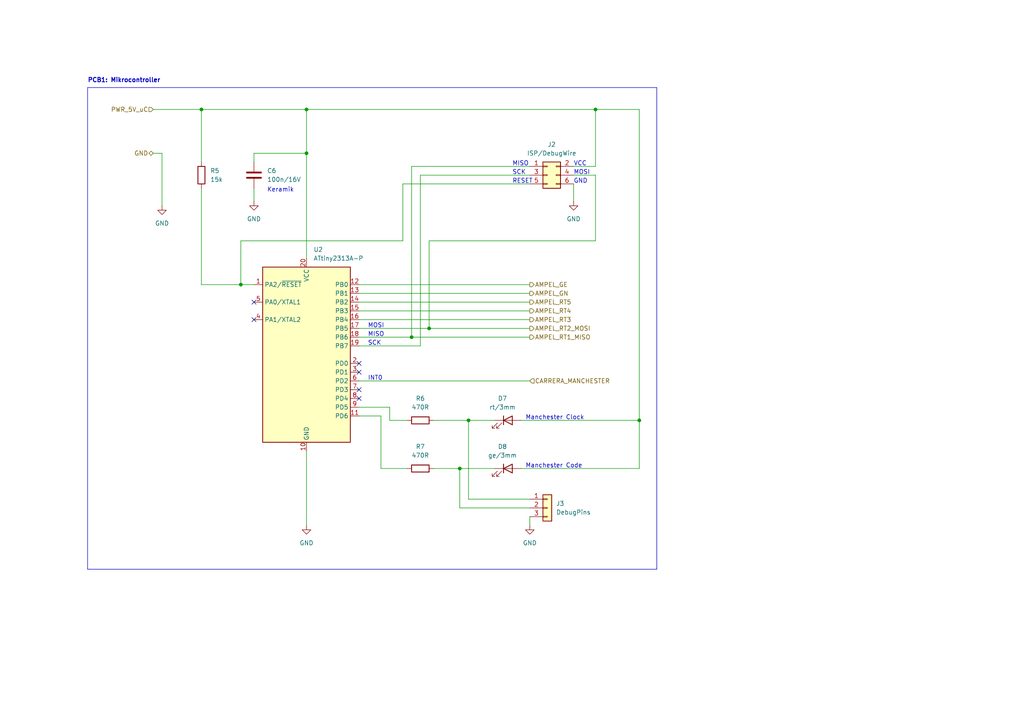
<source format=kicad_sch>
(kicad_sch
	(version 20231120)
	(generator "eeschema")
	(generator_version "8.0")
	(uuid "6c97a65a-edb5-4cad-aa20-5291da267833")
	(paper "A4")
	(title_block
		(title "Carrera Start-Ampel \"Bäre(n)keller\"")
		(date "2023-01-10")
		(rev "1.0")
		(company "Andreas Wahl - Welzheim")
		(comment 1 "https://www.andreas-wahl.de/")
		(comment 4 "LICENSE: Attribution-NonCommercial-NoDerivatives 4.0 International (CC BY-NC-ND 4.0) ")
	)
	(lib_symbols
		(symbol "Connector_Generic:Conn_01x03"
			(pin_names
				(offset 1.016) hide)
			(exclude_from_sim no)
			(in_bom yes)
			(on_board yes)
			(property "Reference" "J"
				(at 0 5.08 0)
				(effects
					(font
						(size 1.27 1.27)
					)
				)
			)
			(property "Value" "Conn_01x03"
				(at 0 -5.08 0)
				(effects
					(font
						(size 1.27 1.27)
					)
				)
			)
			(property "Footprint" ""
				(at 0 0 0)
				(effects
					(font
						(size 1.27 1.27)
					)
					(hide yes)
				)
			)
			(property "Datasheet" "~"
				(at 0 0 0)
				(effects
					(font
						(size 1.27 1.27)
					)
					(hide yes)
				)
			)
			(property "Description" "Generic connector, single row, 01x03, script generated (kicad-library-utils/schlib/autogen/connector/)"
				(at 0 0 0)
				(effects
					(font
						(size 1.27 1.27)
					)
					(hide yes)
				)
			)
			(property "ki_keywords" "connector"
				(at 0 0 0)
				(effects
					(font
						(size 1.27 1.27)
					)
					(hide yes)
				)
			)
			(property "ki_fp_filters" "Connector*:*_1x??_*"
				(at 0 0 0)
				(effects
					(font
						(size 1.27 1.27)
					)
					(hide yes)
				)
			)
			(symbol "Conn_01x03_1_1"
				(rectangle
					(start -1.27 -2.413)
					(end 0 -2.667)
					(stroke
						(width 0.1524)
						(type default)
					)
					(fill
						(type none)
					)
				)
				(rectangle
					(start -1.27 0.127)
					(end 0 -0.127)
					(stroke
						(width 0.1524)
						(type default)
					)
					(fill
						(type none)
					)
				)
				(rectangle
					(start -1.27 2.667)
					(end 0 2.413)
					(stroke
						(width 0.1524)
						(type default)
					)
					(fill
						(type none)
					)
				)
				(rectangle
					(start -1.27 3.81)
					(end 1.27 -3.81)
					(stroke
						(width 0.254)
						(type default)
					)
					(fill
						(type background)
					)
				)
				(pin passive line
					(at -5.08 2.54 0)
					(length 3.81)
					(name "Pin_1"
						(effects
							(font
								(size 1.27 1.27)
							)
						)
					)
					(number "1"
						(effects
							(font
								(size 1.27 1.27)
							)
						)
					)
				)
				(pin passive line
					(at -5.08 0 0)
					(length 3.81)
					(name "Pin_2"
						(effects
							(font
								(size 1.27 1.27)
							)
						)
					)
					(number "2"
						(effects
							(font
								(size 1.27 1.27)
							)
						)
					)
				)
				(pin passive line
					(at -5.08 -2.54 0)
					(length 3.81)
					(name "Pin_3"
						(effects
							(font
								(size 1.27 1.27)
							)
						)
					)
					(number "3"
						(effects
							(font
								(size 1.27 1.27)
							)
						)
					)
				)
			)
		)
		(symbol "Connector_Generic:Conn_02x03_Odd_Even"
			(pin_names
				(offset 1.016) hide)
			(exclude_from_sim no)
			(in_bom yes)
			(on_board yes)
			(property "Reference" "J"
				(at 1.27 5.08 0)
				(effects
					(font
						(size 1.27 1.27)
					)
				)
			)
			(property "Value" "Conn_02x03_Odd_Even"
				(at 1.27 -5.08 0)
				(effects
					(font
						(size 1.27 1.27)
					)
				)
			)
			(property "Footprint" ""
				(at 0 0 0)
				(effects
					(font
						(size 1.27 1.27)
					)
					(hide yes)
				)
			)
			(property "Datasheet" "~"
				(at 0 0 0)
				(effects
					(font
						(size 1.27 1.27)
					)
					(hide yes)
				)
			)
			(property "Description" "Generic connector, double row, 02x03, odd/even pin numbering scheme (row 1 odd numbers, row 2 even numbers), script generated (kicad-library-utils/schlib/autogen/connector/)"
				(at 0 0 0)
				(effects
					(font
						(size 1.27 1.27)
					)
					(hide yes)
				)
			)
			(property "ki_keywords" "connector"
				(at 0 0 0)
				(effects
					(font
						(size 1.27 1.27)
					)
					(hide yes)
				)
			)
			(property "ki_fp_filters" "Connector*:*_2x??_*"
				(at 0 0 0)
				(effects
					(font
						(size 1.27 1.27)
					)
					(hide yes)
				)
			)
			(symbol "Conn_02x03_Odd_Even_1_1"
				(rectangle
					(start -1.27 -2.413)
					(end 0 -2.667)
					(stroke
						(width 0.1524)
						(type default)
					)
					(fill
						(type none)
					)
				)
				(rectangle
					(start -1.27 0.127)
					(end 0 -0.127)
					(stroke
						(width 0.1524)
						(type default)
					)
					(fill
						(type none)
					)
				)
				(rectangle
					(start -1.27 2.667)
					(end 0 2.413)
					(stroke
						(width 0.1524)
						(type default)
					)
					(fill
						(type none)
					)
				)
				(rectangle
					(start -1.27 3.81)
					(end 3.81 -3.81)
					(stroke
						(width 0.254)
						(type default)
					)
					(fill
						(type background)
					)
				)
				(rectangle
					(start 3.81 -2.413)
					(end 2.54 -2.667)
					(stroke
						(width 0.1524)
						(type default)
					)
					(fill
						(type none)
					)
				)
				(rectangle
					(start 3.81 0.127)
					(end 2.54 -0.127)
					(stroke
						(width 0.1524)
						(type default)
					)
					(fill
						(type none)
					)
				)
				(rectangle
					(start 3.81 2.667)
					(end 2.54 2.413)
					(stroke
						(width 0.1524)
						(type default)
					)
					(fill
						(type none)
					)
				)
				(pin passive line
					(at -5.08 2.54 0)
					(length 3.81)
					(name "Pin_1"
						(effects
							(font
								(size 1.27 1.27)
							)
						)
					)
					(number "1"
						(effects
							(font
								(size 1.27 1.27)
							)
						)
					)
				)
				(pin passive line
					(at 7.62 2.54 180)
					(length 3.81)
					(name "Pin_2"
						(effects
							(font
								(size 1.27 1.27)
							)
						)
					)
					(number "2"
						(effects
							(font
								(size 1.27 1.27)
							)
						)
					)
				)
				(pin passive line
					(at -5.08 0 0)
					(length 3.81)
					(name "Pin_3"
						(effects
							(font
								(size 1.27 1.27)
							)
						)
					)
					(number "3"
						(effects
							(font
								(size 1.27 1.27)
							)
						)
					)
				)
				(pin passive line
					(at 7.62 0 180)
					(length 3.81)
					(name "Pin_4"
						(effects
							(font
								(size 1.27 1.27)
							)
						)
					)
					(number "4"
						(effects
							(font
								(size 1.27 1.27)
							)
						)
					)
				)
				(pin passive line
					(at -5.08 -2.54 0)
					(length 3.81)
					(name "Pin_5"
						(effects
							(font
								(size 1.27 1.27)
							)
						)
					)
					(number "5"
						(effects
							(font
								(size 1.27 1.27)
							)
						)
					)
				)
				(pin passive line
					(at 7.62 -2.54 180)
					(length 3.81)
					(name "Pin_6"
						(effects
							(font
								(size 1.27 1.27)
							)
						)
					)
					(number "6"
						(effects
							(font
								(size 1.27 1.27)
							)
						)
					)
				)
			)
		)
		(symbol "Device:C"
			(pin_numbers hide)
			(pin_names
				(offset 0.254)
			)
			(exclude_from_sim no)
			(in_bom yes)
			(on_board yes)
			(property "Reference" "C"
				(at 0.635 2.54 0)
				(effects
					(font
						(size 1.27 1.27)
					)
					(justify left)
				)
			)
			(property "Value" "C"
				(at 0.635 -2.54 0)
				(effects
					(font
						(size 1.27 1.27)
					)
					(justify left)
				)
			)
			(property "Footprint" ""
				(at 0.9652 -3.81 0)
				(effects
					(font
						(size 1.27 1.27)
					)
					(hide yes)
				)
			)
			(property "Datasheet" "~"
				(at 0 0 0)
				(effects
					(font
						(size 1.27 1.27)
					)
					(hide yes)
				)
			)
			(property "Description" "Unpolarized capacitor"
				(at 0 0 0)
				(effects
					(font
						(size 1.27 1.27)
					)
					(hide yes)
				)
			)
			(property "ki_keywords" "cap capacitor"
				(at 0 0 0)
				(effects
					(font
						(size 1.27 1.27)
					)
					(hide yes)
				)
			)
			(property "ki_fp_filters" "C_*"
				(at 0 0 0)
				(effects
					(font
						(size 1.27 1.27)
					)
					(hide yes)
				)
			)
			(symbol "C_0_1"
				(polyline
					(pts
						(xy -2.032 -0.762) (xy 2.032 -0.762)
					)
					(stroke
						(width 0.508)
						(type default)
					)
					(fill
						(type none)
					)
				)
				(polyline
					(pts
						(xy -2.032 0.762) (xy 2.032 0.762)
					)
					(stroke
						(width 0.508)
						(type default)
					)
					(fill
						(type none)
					)
				)
			)
			(symbol "C_1_1"
				(pin passive line
					(at 0 3.81 270)
					(length 2.794)
					(name "~"
						(effects
							(font
								(size 1.27 1.27)
							)
						)
					)
					(number "1"
						(effects
							(font
								(size 1.27 1.27)
							)
						)
					)
				)
				(pin passive line
					(at 0 -3.81 90)
					(length 2.794)
					(name "~"
						(effects
							(font
								(size 1.27 1.27)
							)
						)
					)
					(number "2"
						(effects
							(font
								(size 1.27 1.27)
							)
						)
					)
				)
			)
		)
		(symbol "Device:LED"
			(pin_numbers hide)
			(pin_names
				(offset 1.016) hide)
			(exclude_from_sim no)
			(in_bom yes)
			(on_board yes)
			(property "Reference" "D"
				(at 0 2.54 0)
				(effects
					(font
						(size 1.27 1.27)
					)
				)
			)
			(property "Value" "LED"
				(at 0 -2.54 0)
				(effects
					(font
						(size 1.27 1.27)
					)
				)
			)
			(property "Footprint" ""
				(at 0 0 0)
				(effects
					(font
						(size 1.27 1.27)
					)
					(hide yes)
				)
			)
			(property "Datasheet" "~"
				(at 0 0 0)
				(effects
					(font
						(size 1.27 1.27)
					)
					(hide yes)
				)
			)
			(property "Description" "Light emitting diode"
				(at 0 0 0)
				(effects
					(font
						(size 1.27 1.27)
					)
					(hide yes)
				)
			)
			(property "ki_keywords" "LED diode"
				(at 0 0 0)
				(effects
					(font
						(size 1.27 1.27)
					)
					(hide yes)
				)
			)
			(property "ki_fp_filters" "LED* LED_SMD:* LED_THT:*"
				(at 0 0 0)
				(effects
					(font
						(size 1.27 1.27)
					)
					(hide yes)
				)
			)
			(symbol "LED_0_1"
				(polyline
					(pts
						(xy -1.27 -1.27) (xy -1.27 1.27)
					)
					(stroke
						(width 0.254)
						(type default)
					)
					(fill
						(type none)
					)
				)
				(polyline
					(pts
						(xy -1.27 0) (xy 1.27 0)
					)
					(stroke
						(width 0)
						(type default)
					)
					(fill
						(type none)
					)
				)
				(polyline
					(pts
						(xy 1.27 -1.27) (xy 1.27 1.27) (xy -1.27 0) (xy 1.27 -1.27)
					)
					(stroke
						(width 0.254)
						(type default)
					)
					(fill
						(type none)
					)
				)
				(polyline
					(pts
						(xy -3.048 -0.762) (xy -4.572 -2.286) (xy -3.81 -2.286) (xy -4.572 -2.286) (xy -4.572 -1.524)
					)
					(stroke
						(width 0)
						(type default)
					)
					(fill
						(type none)
					)
				)
				(polyline
					(pts
						(xy -1.778 -0.762) (xy -3.302 -2.286) (xy -2.54 -2.286) (xy -3.302 -2.286) (xy -3.302 -1.524)
					)
					(stroke
						(width 0)
						(type default)
					)
					(fill
						(type none)
					)
				)
			)
			(symbol "LED_1_1"
				(pin passive line
					(at -3.81 0 0)
					(length 2.54)
					(name "K"
						(effects
							(font
								(size 1.27 1.27)
							)
						)
					)
					(number "1"
						(effects
							(font
								(size 1.27 1.27)
							)
						)
					)
				)
				(pin passive line
					(at 3.81 0 180)
					(length 2.54)
					(name "A"
						(effects
							(font
								(size 1.27 1.27)
							)
						)
					)
					(number "2"
						(effects
							(font
								(size 1.27 1.27)
							)
						)
					)
				)
			)
		)
		(symbol "Device:R"
			(pin_numbers hide)
			(pin_names
				(offset 0)
			)
			(exclude_from_sim no)
			(in_bom yes)
			(on_board yes)
			(property "Reference" "R"
				(at 2.032 0 90)
				(effects
					(font
						(size 1.27 1.27)
					)
				)
			)
			(property "Value" "R"
				(at 0 0 90)
				(effects
					(font
						(size 1.27 1.27)
					)
				)
			)
			(property "Footprint" ""
				(at -1.778 0 90)
				(effects
					(font
						(size 1.27 1.27)
					)
					(hide yes)
				)
			)
			(property "Datasheet" "~"
				(at 0 0 0)
				(effects
					(font
						(size 1.27 1.27)
					)
					(hide yes)
				)
			)
			(property "Description" "Resistor"
				(at 0 0 0)
				(effects
					(font
						(size 1.27 1.27)
					)
					(hide yes)
				)
			)
			(property "ki_keywords" "R res resistor"
				(at 0 0 0)
				(effects
					(font
						(size 1.27 1.27)
					)
					(hide yes)
				)
			)
			(property "ki_fp_filters" "R_*"
				(at 0 0 0)
				(effects
					(font
						(size 1.27 1.27)
					)
					(hide yes)
				)
			)
			(symbol "R_0_1"
				(rectangle
					(start -1.016 -2.54)
					(end 1.016 2.54)
					(stroke
						(width 0.254)
						(type default)
					)
					(fill
						(type none)
					)
				)
			)
			(symbol "R_1_1"
				(pin passive line
					(at 0 3.81 270)
					(length 1.27)
					(name "~"
						(effects
							(font
								(size 1.27 1.27)
							)
						)
					)
					(number "1"
						(effects
							(font
								(size 1.27 1.27)
							)
						)
					)
				)
				(pin passive line
					(at 0 -3.81 90)
					(length 1.27)
					(name "~"
						(effects
							(font
								(size 1.27 1.27)
							)
						)
					)
					(number "2"
						(effects
							(font
								(size 1.27 1.27)
							)
						)
					)
				)
			)
		)
		(symbol "MCU_Microchip_ATtiny:ATtiny2313A-P"
			(exclude_from_sim no)
			(in_bom yes)
			(on_board yes)
			(property "Reference" "U"
				(at -12.7 26.67 0)
				(effects
					(font
						(size 1.27 1.27)
					)
					(justify left bottom)
				)
			)
			(property "Value" "ATtiny2313A-P"
				(at 2.54 -26.67 0)
				(effects
					(font
						(size 1.27 1.27)
					)
					(justify left top)
				)
			)
			(property "Footprint" "Package_DIP:DIP-20_W7.62mm"
				(at 0 0 0)
				(effects
					(font
						(size 1.27 1.27)
						(italic yes)
					)
					(hide yes)
				)
			)
			(property "Datasheet" "http://ww1.microchip.com/downloads/en/DeviceDoc/doc8246.pdf"
				(at 0 0 0)
				(effects
					(font
						(size 1.27 1.27)
					)
					(hide yes)
				)
			)
			(property "Description" "20MHz, 2kB Flash, 128B SRAM, 128B EEPROM, DIP-20"
				(at 0 0 0)
				(effects
					(font
						(size 1.27 1.27)
					)
					(hide yes)
				)
			)
			(property "ki_keywords" "AVR 8bit Microcontroller tinyAVR"
				(at 0 0 0)
				(effects
					(font
						(size 1.27 1.27)
					)
					(hide yes)
				)
			)
			(property "ki_fp_filters" "DIP*W7.62mm*"
				(at 0 0 0)
				(effects
					(font
						(size 1.27 1.27)
					)
					(hide yes)
				)
			)
			(symbol "ATtiny2313A-P_0_1"
				(rectangle
					(start -12.7 -25.4)
					(end 12.7 25.4)
					(stroke
						(width 0.254)
						(type default)
					)
					(fill
						(type background)
					)
				)
			)
			(symbol "ATtiny2313A-P_1_1"
				(pin bidirectional line
					(at -15.24 20.32 0)
					(length 2.54)
					(name "PA2/~{RESET}"
						(effects
							(font
								(size 1.27 1.27)
							)
						)
					)
					(number "1"
						(effects
							(font
								(size 1.27 1.27)
							)
						)
					)
				)
				(pin power_in line
					(at 0 -27.94 90)
					(length 2.54)
					(name "GND"
						(effects
							(font
								(size 1.27 1.27)
							)
						)
					)
					(number "10"
						(effects
							(font
								(size 1.27 1.27)
							)
						)
					)
				)
				(pin bidirectional line
					(at 15.24 -17.78 180)
					(length 2.54)
					(name "PD6"
						(effects
							(font
								(size 1.27 1.27)
							)
						)
					)
					(number "11"
						(effects
							(font
								(size 1.27 1.27)
							)
						)
					)
				)
				(pin bidirectional line
					(at 15.24 20.32 180)
					(length 2.54)
					(name "PB0"
						(effects
							(font
								(size 1.27 1.27)
							)
						)
					)
					(number "12"
						(effects
							(font
								(size 1.27 1.27)
							)
						)
					)
				)
				(pin bidirectional line
					(at 15.24 17.78 180)
					(length 2.54)
					(name "PB1"
						(effects
							(font
								(size 1.27 1.27)
							)
						)
					)
					(number "13"
						(effects
							(font
								(size 1.27 1.27)
							)
						)
					)
				)
				(pin bidirectional line
					(at 15.24 15.24 180)
					(length 2.54)
					(name "PB2"
						(effects
							(font
								(size 1.27 1.27)
							)
						)
					)
					(number "14"
						(effects
							(font
								(size 1.27 1.27)
							)
						)
					)
				)
				(pin bidirectional line
					(at 15.24 12.7 180)
					(length 2.54)
					(name "PB3"
						(effects
							(font
								(size 1.27 1.27)
							)
						)
					)
					(number "15"
						(effects
							(font
								(size 1.27 1.27)
							)
						)
					)
				)
				(pin bidirectional line
					(at 15.24 10.16 180)
					(length 2.54)
					(name "PB4"
						(effects
							(font
								(size 1.27 1.27)
							)
						)
					)
					(number "16"
						(effects
							(font
								(size 1.27 1.27)
							)
						)
					)
				)
				(pin bidirectional line
					(at 15.24 7.62 180)
					(length 2.54)
					(name "PB5"
						(effects
							(font
								(size 1.27 1.27)
							)
						)
					)
					(number "17"
						(effects
							(font
								(size 1.27 1.27)
							)
						)
					)
				)
				(pin bidirectional line
					(at 15.24 5.08 180)
					(length 2.54)
					(name "PB6"
						(effects
							(font
								(size 1.27 1.27)
							)
						)
					)
					(number "18"
						(effects
							(font
								(size 1.27 1.27)
							)
						)
					)
				)
				(pin bidirectional line
					(at 15.24 2.54 180)
					(length 2.54)
					(name "PB7"
						(effects
							(font
								(size 1.27 1.27)
							)
						)
					)
					(number "19"
						(effects
							(font
								(size 1.27 1.27)
							)
						)
					)
				)
				(pin bidirectional line
					(at 15.24 -2.54 180)
					(length 2.54)
					(name "PD0"
						(effects
							(font
								(size 1.27 1.27)
							)
						)
					)
					(number "2"
						(effects
							(font
								(size 1.27 1.27)
							)
						)
					)
				)
				(pin power_in line
					(at 0 27.94 270)
					(length 2.54)
					(name "VCC"
						(effects
							(font
								(size 1.27 1.27)
							)
						)
					)
					(number "20"
						(effects
							(font
								(size 1.27 1.27)
							)
						)
					)
				)
				(pin bidirectional line
					(at 15.24 -5.08 180)
					(length 2.54)
					(name "PD1"
						(effects
							(font
								(size 1.27 1.27)
							)
						)
					)
					(number "3"
						(effects
							(font
								(size 1.27 1.27)
							)
						)
					)
				)
				(pin bidirectional line
					(at -15.24 10.16 0)
					(length 2.54)
					(name "PA1/XTAL2"
						(effects
							(font
								(size 1.27 1.27)
							)
						)
					)
					(number "4"
						(effects
							(font
								(size 1.27 1.27)
							)
						)
					)
				)
				(pin bidirectional line
					(at -15.24 15.24 0)
					(length 2.54)
					(name "PA0/XTAL1"
						(effects
							(font
								(size 1.27 1.27)
							)
						)
					)
					(number "5"
						(effects
							(font
								(size 1.27 1.27)
							)
						)
					)
				)
				(pin bidirectional line
					(at 15.24 -7.62 180)
					(length 2.54)
					(name "PD2"
						(effects
							(font
								(size 1.27 1.27)
							)
						)
					)
					(number "6"
						(effects
							(font
								(size 1.27 1.27)
							)
						)
					)
				)
				(pin bidirectional line
					(at 15.24 -10.16 180)
					(length 2.54)
					(name "PD3"
						(effects
							(font
								(size 1.27 1.27)
							)
						)
					)
					(number "7"
						(effects
							(font
								(size 1.27 1.27)
							)
						)
					)
				)
				(pin bidirectional line
					(at 15.24 -12.7 180)
					(length 2.54)
					(name "PD4"
						(effects
							(font
								(size 1.27 1.27)
							)
						)
					)
					(number "8"
						(effects
							(font
								(size 1.27 1.27)
							)
						)
					)
				)
				(pin bidirectional line
					(at 15.24 -15.24 180)
					(length 2.54)
					(name "PD5"
						(effects
							(font
								(size 1.27 1.27)
							)
						)
					)
					(number "9"
						(effects
							(font
								(size 1.27 1.27)
							)
						)
					)
				)
			)
		)
		(symbol "power:GND"
			(power)
			(pin_names
				(offset 0)
			)
			(exclude_from_sim no)
			(in_bom yes)
			(on_board yes)
			(property "Reference" "#PWR"
				(at 0 -6.35 0)
				(effects
					(font
						(size 1.27 1.27)
					)
					(hide yes)
				)
			)
			(property "Value" "GND"
				(at 0 -3.81 0)
				(effects
					(font
						(size 1.27 1.27)
					)
				)
			)
			(property "Footprint" ""
				(at 0 0 0)
				(effects
					(font
						(size 1.27 1.27)
					)
					(hide yes)
				)
			)
			(property "Datasheet" ""
				(at 0 0 0)
				(effects
					(font
						(size 1.27 1.27)
					)
					(hide yes)
				)
			)
			(property "Description" "Power symbol creates a global label with name \"GND\" , ground"
				(at 0 0 0)
				(effects
					(font
						(size 1.27 1.27)
					)
					(hide yes)
				)
			)
			(property "ki_keywords" "global power"
				(at 0 0 0)
				(effects
					(font
						(size 1.27 1.27)
					)
					(hide yes)
				)
			)
			(symbol "GND_0_1"
				(polyline
					(pts
						(xy 0 0) (xy 0 -1.27) (xy 1.27 -1.27) (xy 0 -2.54) (xy -1.27 -1.27) (xy 0 -1.27)
					)
					(stroke
						(width 0)
						(type default)
					)
					(fill
						(type none)
					)
				)
			)
			(symbol "GND_1_1"
				(pin power_in line
					(at 0 0 270)
					(length 0) hide
					(name "GND"
						(effects
							(font
								(size 1.27 1.27)
							)
						)
					)
					(number "1"
						(effects
							(font
								(size 1.27 1.27)
							)
						)
					)
				)
			)
		)
	)
	(junction
		(at 88.9 31.75)
		(diameter 0)
		(color 0 0 0 0)
		(uuid "54f3301a-4cdf-4153-8f19-1c8e1e580639")
	)
	(junction
		(at 124.46 95.25)
		(diameter 0)
		(color 0 0 0 0)
		(uuid "6e3104f9-88fe-4ecf-ab24-ad556b4c4d9d")
	)
	(junction
		(at 135.89 121.92)
		(diameter 0)
		(color 0 0 0 0)
		(uuid "7a881f86-e587-4d76-b230-7840f1cf0494")
	)
	(junction
		(at 133.35 135.89)
		(diameter 0)
		(color 0 0 0 0)
		(uuid "855fc30a-8b62-4811-b163-e189d2f19e0f")
	)
	(junction
		(at 185.42 121.92)
		(diameter 0)
		(color 0 0 0 0)
		(uuid "870ecc9a-9d15-4588-b9ae-5e6ad1092edb")
	)
	(junction
		(at 119.38 97.79)
		(diameter 0)
		(color 0 0 0 0)
		(uuid "89f8d7c4-c044-4ccc-a50c-c11093f147e0")
	)
	(junction
		(at 172.72 31.75)
		(diameter 0)
		(color 0 0 0 0)
		(uuid "9748c141-a568-4d42-9ec7-c9eed7f68924")
	)
	(junction
		(at 58.42 31.75)
		(diameter 0)
		(color 0 0 0 0)
		(uuid "a48976b0-9125-4fd5-8ee2-53d8bab5cb43")
	)
	(junction
		(at 69.85 82.55)
		(diameter 0)
		(color 0 0 0 0)
		(uuid "d2f8076c-1a16-4888-a787-5072625e87ac")
	)
	(junction
		(at 88.9 44.45)
		(diameter 0)
		(color 0 0 0 0)
		(uuid "eca80f68-1534-4981-828f-5a52800b3946")
	)
	(no_connect
		(at 73.66 92.71)
		(uuid "837c3e87-ce67-47d1-80e2-ef72f8237936")
	)
	(no_connect
		(at 73.66 87.63)
		(uuid "837c3e87-ce67-47d1-80e2-ef72f8237937")
	)
	(no_connect
		(at 104.14 105.41)
		(uuid "837c3e87-ce67-47d1-80e2-ef72f8237938")
	)
	(no_connect
		(at 104.14 107.95)
		(uuid "837c3e87-ce67-47d1-80e2-ef72f8237939")
	)
	(no_connect
		(at 104.14 113.03)
		(uuid "837c3e87-ce67-47d1-80e2-ef72f823793a")
	)
	(no_connect
		(at 104.14 115.57)
		(uuid "837c3e87-ce67-47d1-80e2-ef72f823793b")
	)
	(wire
		(pts
			(xy 110.49 135.89) (xy 118.11 135.89)
		)
		(stroke
			(width 0)
			(type default)
		)
		(uuid "023e1498-9fb5-47a6-a287-9b29e3c9d848")
	)
	(wire
		(pts
			(xy 121.92 50.8) (xy 153.67 50.8)
		)
		(stroke
			(width 0)
			(type default)
		)
		(uuid "02b67894-f171-4d95-b011-e3657b601bdb")
	)
	(wire
		(pts
			(xy 110.49 120.65) (xy 110.49 135.89)
		)
		(stroke
			(width 0)
			(type default)
		)
		(uuid "02eb010a-6fc7-4cc3-9f73-2b4b1cd177cb")
	)
	(wire
		(pts
			(xy 153.67 82.55) (xy 104.14 82.55)
		)
		(stroke
			(width 0)
			(type default)
		)
		(uuid "0468b878-aee5-42e2-87a5-78a9b6661e48")
	)
	(wire
		(pts
			(xy 88.9 31.75) (xy 172.72 31.75)
		)
		(stroke
			(width 0)
			(type default)
		)
		(uuid "0fefd23f-4fd7-4967-8742-7f18807d99f5")
	)
	(wire
		(pts
			(xy 133.35 135.89) (xy 133.35 147.32)
		)
		(stroke
			(width 0)
			(type default)
		)
		(uuid "11df5b2a-e2bc-48b3-a1ec-968c25687c6a")
	)
	(wire
		(pts
			(xy 185.42 31.75) (xy 185.42 121.92)
		)
		(stroke
			(width 0)
			(type default)
		)
		(uuid "12085b81-93ba-4802-b084-72318e0bbf99")
	)
	(wire
		(pts
			(xy 125.73 121.92) (xy 135.89 121.92)
		)
		(stroke
			(width 0)
			(type default)
		)
		(uuid "146850c7-77e7-49bc-8171-8da76eac509f")
	)
	(wire
		(pts
			(xy 172.72 48.26) (xy 172.72 31.75)
		)
		(stroke
			(width 0)
			(type default)
		)
		(uuid "18e2d451-7e8b-4110-b59d-5183ab27854d")
	)
	(wire
		(pts
			(xy 116.84 53.34) (xy 153.67 53.34)
		)
		(stroke
			(width 0)
			(type default)
		)
		(uuid "20796f4d-ec09-44bf-b25b-9b14a019714f")
	)
	(wire
		(pts
			(xy 185.42 121.92) (xy 151.13 121.92)
		)
		(stroke
			(width 0)
			(type default)
		)
		(uuid "2284ed2d-1bdd-41a2-a83e-a5d4a84e85e0")
	)
	(wire
		(pts
			(xy 88.9 74.93) (xy 88.9 44.45)
		)
		(stroke
			(width 0)
			(type default)
		)
		(uuid "2f8356b0-04c4-4af1-8baf-24ad5f380bb6")
	)
	(wire
		(pts
			(xy 44.45 31.75) (xy 58.42 31.75)
		)
		(stroke
			(width 0)
			(type default)
		)
		(uuid "32697bb2-397d-4ee3-bd3f-1c6c8b6e5cb8")
	)
	(polyline
		(pts
			(xy 25.4 25.4) (xy 25.4 165.1)
		)
		(stroke
			(width 0)
			(type default)
		)
		(uuid "37cbf337-b632-42ba-9708-71cd4e150e3f")
	)
	(wire
		(pts
			(xy 44.45 44.45) (xy 46.99 44.45)
		)
		(stroke
			(width 0)
			(type default)
		)
		(uuid "3a730da1-8b47-4d7e-956e-c61cbf39a436")
	)
	(wire
		(pts
			(xy 104.14 90.17) (xy 153.67 90.17)
		)
		(stroke
			(width 0)
			(type default)
		)
		(uuid "3ae705d7-98e7-4ba3-b323-1ea417efd2c7")
	)
	(wire
		(pts
			(xy 135.89 121.92) (xy 135.89 144.78)
		)
		(stroke
			(width 0)
			(type default)
		)
		(uuid "3b883e02-9e50-4a47-a71d-4294c2a39457")
	)
	(wire
		(pts
			(xy 58.42 31.75) (xy 58.42 46.99)
		)
		(stroke
			(width 0)
			(type default)
		)
		(uuid "3f76a1fa-f193-4a18-b67b-658dcd2628a1")
	)
	(wire
		(pts
			(xy 58.42 82.55) (xy 69.85 82.55)
		)
		(stroke
			(width 0)
			(type default)
		)
		(uuid "4006a02d-87d2-411e-b836-d280746d9880")
	)
	(wire
		(pts
			(xy 166.37 53.34) (xy 166.37 58.42)
		)
		(stroke
			(width 0)
			(type default)
		)
		(uuid "426e0458-4774-4cb5-9f69-bcba14965f96")
	)
	(wire
		(pts
			(xy 69.85 69.85) (xy 69.85 82.55)
		)
		(stroke
			(width 0)
			(type default)
		)
		(uuid "428b70f9-5602-412e-abea-73ff1112ceb2")
	)
	(wire
		(pts
			(xy 133.35 147.32) (xy 153.67 147.32)
		)
		(stroke
			(width 0)
			(type default)
		)
		(uuid "431d38b6-900e-48e2-9320-6417ec0cb82b")
	)
	(wire
		(pts
			(xy 124.46 95.25) (xy 124.46 69.85)
		)
		(stroke
			(width 0)
			(type default)
		)
		(uuid "43697304-6c9a-47ed-826a-d7b578f91a1a")
	)
	(polyline
		(pts
			(xy 190.5 25.4) (xy 190.5 165.1)
		)
		(stroke
			(width 0)
			(type default)
		)
		(uuid "43f1e286-7e7f-4650-8433-12db75c9b9cf")
	)
	(polyline
		(pts
			(xy 25.4 25.4) (xy 190.5 25.4)
		)
		(stroke
			(width 0)
			(type default)
		)
		(uuid "45294e96-d58f-4db1-a371-7f15be81d2c2")
	)
	(wire
		(pts
			(xy 133.35 135.89) (xy 143.51 135.89)
		)
		(stroke
			(width 0)
			(type default)
		)
		(uuid "4550691e-5a1d-47ae-9d49-c859822cc7c7")
	)
	(wire
		(pts
			(xy 118.11 121.92) (xy 113.03 121.92)
		)
		(stroke
			(width 0)
			(type default)
		)
		(uuid "52afdb4b-42cc-4670-b77e-18a3bc511d59")
	)
	(wire
		(pts
			(xy 124.46 95.25) (xy 153.67 95.25)
		)
		(stroke
			(width 0)
			(type default)
		)
		(uuid "535061e5-e3e4-407c-b73e-082e9f45b41e")
	)
	(wire
		(pts
			(xy 172.72 31.75) (xy 185.42 31.75)
		)
		(stroke
			(width 0)
			(type default)
		)
		(uuid "5b154639-331f-4ac3-b33f-bb19f71b56ad")
	)
	(wire
		(pts
			(xy 58.42 31.75) (xy 88.9 31.75)
		)
		(stroke
			(width 0)
			(type default)
		)
		(uuid "5dd17daa-9150-4718-8b07-6826568d51a2")
	)
	(wire
		(pts
			(xy 153.67 110.49) (xy 104.14 110.49)
		)
		(stroke
			(width 0)
			(type default)
		)
		(uuid "5e092d5f-24ea-40ba-b78d-79154a478678")
	)
	(wire
		(pts
			(xy 135.89 121.92) (xy 143.51 121.92)
		)
		(stroke
			(width 0)
			(type default)
		)
		(uuid "637b25a9-dda1-4a84-9134-794a83ff3095")
	)
	(wire
		(pts
			(xy 124.46 69.85) (xy 172.72 69.85)
		)
		(stroke
			(width 0)
			(type default)
		)
		(uuid "64ddd502-5317-48ed-ba75-d6361df4bedc")
	)
	(wire
		(pts
			(xy 69.85 82.55) (xy 73.66 82.55)
		)
		(stroke
			(width 0)
			(type default)
		)
		(uuid "716dcd0d-16c5-473d-acbf-0b308cd29342")
	)
	(wire
		(pts
			(xy 104.14 120.65) (xy 110.49 120.65)
		)
		(stroke
			(width 0)
			(type default)
		)
		(uuid "756fe077-0c79-4544-9b2c-196f26fc6c8a")
	)
	(polyline
		(pts
			(xy 190.5 165.1) (xy 25.4 165.1)
		)
		(stroke
			(width 0)
			(type default)
		)
		(uuid "81099a1d-9804-44f6-8aad-cc7bf84d5ac4")
	)
	(wire
		(pts
			(xy 104.14 97.79) (xy 119.38 97.79)
		)
		(stroke
			(width 0)
			(type default)
		)
		(uuid "82cd4205-0334-4ed5-811c-b3f0e045a2e3")
	)
	(wire
		(pts
			(xy 166.37 48.26) (xy 172.72 48.26)
		)
		(stroke
			(width 0)
			(type default)
		)
		(uuid "84e26df5-8724-4e91-8fc8-b37d27b5029b")
	)
	(wire
		(pts
			(xy 125.73 135.89) (xy 133.35 135.89)
		)
		(stroke
			(width 0)
			(type default)
		)
		(uuid "8d1a0bca-1106-41a5-ac7a-75033727bb7d")
	)
	(wire
		(pts
			(xy 104.14 95.25) (xy 124.46 95.25)
		)
		(stroke
			(width 0)
			(type default)
		)
		(uuid "91306ae1-97a8-458c-9c24-51b384f13ec4")
	)
	(wire
		(pts
			(xy 113.03 118.11) (xy 113.03 121.92)
		)
		(stroke
			(width 0)
			(type default)
		)
		(uuid "92f0dc44-aac7-4490-b424-844ddf91e9fb")
	)
	(wire
		(pts
			(xy 135.89 144.78) (xy 153.67 144.78)
		)
		(stroke
			(width 0)
			(type default)
		)
		(uuid "93489d14-9f06-49c5-893a-9ca60c5424d6")
	)
	(wire
		(pts
			(xy 119.38 48.26) (xy 153.67 48.26)
		)
		(stroke
			(width 0)
			(type default)
		)
		(uuid "94493b38-d058-45be-9182-177c6595e42e")
	)
	(wire
		(pts
			(xy 104.14 100.33) (xy 121.92 100.33)
		)
		(stroke
			(width 0)
			(type default)
		)
		(uuid "95bdd560-bf81-4820-a478-082d376bdec3")
	)
	(wire
		(pts
			(xy 104.14 118.11) (xy 113.03 118.11)
		)
		(stroke
			(width 0)
			(type default)
		)
		(uuid "9c4ad6ca-a93f-46e1-8522-a6ddc2d72306")
	)
	(wire
		(pts
			(xy 88.9 130.81) (xy 88.9 152.4)
		)
		(stroke
			(width 0)
			(type default)
		)
		(uuid "9f0e4ad5-cfd6-4e4d-b09c-87daa38e50eb")
	)
	(wire
		(pts
			(xy 58.42 54.61) (xy 58.42 82.55)
		)
		(stroke
			(width 0)
			(type default)
		)
		(uuid "a018710a-8d08-4f9d-accc-db34e8ca3bfa")
	)
	(wire
		(pts
			(xy 46.99 44.45) (xy 46.99 59.69)
		)
		(stroke
			(width 0)
			(type default)
		)
		(uuid "a4d29417-2329-45e4-af57-9dc8df07d49d")
	)
	(wire
		(pts
			(xy 172.72 50.8) (xy 166.37 50.8)
		)
		(stroke
			(width 0)
			(type default)
		)
		(uuid "a5988798-574b-402b-8545-ac4a03f53d89")
	)
	(wire
		(pts
			(xy 116.84 53.34) (xy 116.84 69.85)
		)
		(stroke
			(width 0)
			(type default)
		)
		(uuid "a65502f9-e96f-4df1-96ef-407c06bf023a")
	)
	(wire
		(pts
			(xy 121.92 100.33) (xy 121.92 50.8)
		)
		(stroke
			(width 0)
			(type default)
		)
		(uuid "b3288e9d-10ce-4a29-990b-b3aa91d7ca62")
	)
	(wire
		(pts
			(xy 104.14 92.71) (xy 153.67 92.71)
		)
		(stroke
			(width 0)
			(type default)
		)
		(uuid "c0535f05-cd3f-4d9c-96b3-59f032ae8bc4")
	)
	(wire
		(pts
			(xy 104.14 85.09) (xy 153.67 85.09)
		)
		(stroke
			(width 0)
			(type default)
		)
		(uuid "c95be10f-f191-403d-879a-e7aefe82b7d2")
	)
	(wire
		(pts
			(xy 73.66 44.45) (xy 73.66 46.99)
		)
		(stroke
			(width 0)
			(type default)
		)
		(uuid "dc29d3a9-0e7f-4709-a8b6-85d34a1210bd")
	)
	(wire
		(pts
			(xy 73.66 44.45) (xy 88.9 44.45)
		)
		(stroke
			(width 0)
			(type default)
		)
		(uuid "e1cb589d-15e1-408f-99b8-2e2d3f36cc15")
	)
	(wire
		(pts
			(xy 172.72 69.85) (xy 172.72 50.8)
		)
		(stroke
			(width 0)
			(type default)
		)
		(uuid "e2cb8aea-199c-4f1d-b776-230b8f977327")
	)
	(wire
		(pts
			(xy 151.13 135.89) (xy 185.42 135.89)
		)
		(stroke
			(width 0)
			(type default)
		)
		(uuid "e4ec5c9a-2c79-4c8f-b822-c10c3e2f4764")
	)
	(wire
		(pts
			(xy 119.38 97.79) (xy 119.38 48.26)
		)
		(stroke
			(width 0)
			(type default)
		)
		(uuid "e7075d0a-9be8-41be-8aea-17ece8e1c71a")
	)
	(wire
		(pts
			(xy 88.9 31.75) (xy 88.9 44.45)
		)
		(stroke
			(width 0)
			(type default)
		)
		(uuid "e8c2602b-59bf-419b-9e44-8383b1e74a85")
	)
	(wire
		(pts
			(xy 116.84 69.85) (xy 69.85 69.85)
		)
		(stroke
			(width 0)
			(type default)
		)
		(uuid "e9937c4b-0e18-4eb1-91e7-623603244be9")
	)
	(polyline
		(pts
			(xy 25.4 165.1) (xy 25.4 165.1)
		)
		(stroke
			(width 0)
			(type default)
		)
		(uuid "ebc38d2a-7657-4110-be66-1c5a7b7b88c4")
	)
	(wire
		(pts
			(xy 104.14 87.63) (xy 153.67 87.63)
		)
		(stroke
			(width 0)
			(type default)
		)
		(uuid "f07053c7-099c-41bc-9851-50ca76c9d74e")
	)
	(wire
		(pts
			(xy 185.42 135.89) (xy 185.42 121.92)
		)
		(stroke
			(width 0)
			(type default)
		)
		(uuid "f1ddf1eb-881f-4df1-a0ee-48c3bc5066b7")
	)
	(wire
		(pts
			(xy 73.66 54.61) (xy 73.66 58.42)
		)
		(stroke
			(width 0)
			(type default)
		)
		(uuid "f2dea6bb-a99c-48fd-b169-f7ba9c0de203")
	)
	(wire
		(pts
			(xy 119.38 97.79) (xy 153.67 97.79)
		)
		(stroke
			(width 0)
			(type default)
		)
		(uuid "fd332c50-ea18-4982-96a7-05dc948dee1e")
	)
	(wire
		(pts
			(xy 153.67 149.86) (xy 153.67 152.4)
		)
		(stroke
			(width 0)
			(type default)
		)
		(uuid "ffd89a30-7fdc-4db4-a6be-9f374e063905")
	)
	(text "SCK"
		(exclude_from_sim no)
		(at 148.59 50.8 0)
		(effects
			(font
				(size 1.27 1.27)
			)
			(justify left bottom)
		)
		(uuid "04d1fcae-a4df-4985-ab96-ebb1677fd0f4")
	)
	(text "MISO"
		(exclude_from_sim no)
		(at 106.68 97.79 0)
		(effects
			(font
				(size 1.27 1.27)
			)
			(justify left bottom)
		)
		(uuid "08f9a612-dc81-47f6-8180-422093e94d54")
	)
	(text "Manchester Clock"
		(exclude_from_sim no)
		(at 152.4 121.92 0)
		(effects
			(font
				(size 1.27 1.27)
			)
			(justify left bottom)
		)
		(uuid "1fba7867-1a82-4ebc-9190-ea552271c2df")
	)
	(text "PCB1: Mikrocontroller"
		(exclude_from_sim no)
		(at 25.4 24.13 0)
		(effects
			(font
				(size 1.27 1.27)
				(thickness 0.254)
				(bold yes)
			)
			(justify left bottom)
		)
		(uuid "201e60f9-f7d5-40ef-bda2-411bd4667409")
	)
	(text "Keramik"
		(exclude_from_sim no)
		(at 77.47 55.88 0)
		(effects
			(font
				(size 1.27 1.27)
			)
			(justify left bottom)
		)
		(uuid "2ed4d4db-ebe0-45fa-be7c-9f329297ffee")
	)
	(text "GND"
		(exclude_from_sim no)
		(at 166.37 53.34 0)
		(effects
			(font
				(size 1.27 1.27)
			)
			(justify left bottom)
		)
		(uuid "374f81a8-cb7f-4d4a-8566-e47a73063de0")
	)
	(text "Manchester Code"
		(exclude_from_sim no)
		(at 152.4 135.89 0)
		(effects
			(font
				(size 1.27 1.27)
			)
			(justify left bottom)
		)
		(uuid "3bb777d4-3c42-4e0b-8ae7-d62f7a76598c")
	)
	(text "MOSI"
		(exclude_from_sim no)
		(at 106.68 95.25 0)
		(effects
			(font
				(size 1.27 1.27)
			)
			(justify left bottom)
		)
		(uuid "4277147a-ed2d-4e2e-90e7-ac084777f7ba")
	)
	(text "MOSI"
		(exclude_from_sim no)
		(at 166.37 50.8 0)
		(effects
			(font
				(size 1.27 1.27)
			)
			(justify left bottom)
		)
		(uuid "63ebc619-9c27-4209-82b6-6199caa2c45f")
	)
	(text "RESET"
		(exclude_from_sim no)
		(at 148.59 53.34 0)
		(effects
			(font
				(size 1.27 1.27)
			)
			(justify left bottom)
		)
		(uuid "6f986957-614c-44a4-8de8-6ee77027cce9")
	)
	(text "SCK"
		(exclude_from_sim no)
		(at 106.68 100.33 0)
		(effects
			(font
				(size 1.27 1.27)
			)
			(justify left bottom)
		)
		(uuid "7090710f-a79c-4f2c-9792-1ec29935c1b5")
	)
	(text "MISO"
		(exclude_from_sim no)
		(at 148.59 48.26 0)
		(effects
			(font
				(size 1.27 1.27)
			)
			(justify left bottom)
		)
		(uuid "8d8c423a-00f7-4a7a-93b7-6eb208640169")
	)
	(text "INT0"
		(exclude_from_sim no)
		(at 106.68 110.49 0)
		(effects
			(font
				(size 1.27 1.27)
			)
			(justify left bottom)
		)
		(uuid "c8c64dcf-4d49-4df4-90d1-5cf97c46fab1")
	)
	(text "VCC"
		(exclude_from_sim no)
		(at 166.37 48.26 0)
		(effects
			(font
				(size 1.27 1.27)
			)
			(justify left bottom)
		)
		(uuid "df7bca03-d690-4ffe-8618-ee7832700d1c")
	)
	(hierarchical_label "GND"
		(shape bidirectional)
		(at 44.45 44.45 180)
		(fields_autoplaced yes)
		(effects
			(font
				(size 1.27 1.27)
			)
			(justify right)
		)
		(uuid "0a36c7c4-0b52-4dc1-b83e-32231ff8c955")
	)
	(hierarchical_label "AMPEL_RT1_MISO"
		(shape output)
		(at 153.67 97.79 0)
		(fields_autoplaced yes)
		(effects
			(font
				(size 1.27 1.27)
			)
			(justify left)
		)
		(uuid "2ede594f-efce-42a0-b067-d48094b02e32")
	)
	(hierarchical_label "AMPEL_RT3"
		(shape output)
		(at 153.67 92.71 0)
		(fields_autoplaced yes)
		(effects
			(font
				(size 1.27 1.27)
			)
			(justify left)
		)
		(uuid "779ac117-53d7-4382-a652-9d6b83c0e06a")
	)
	(hierarchical_label "AMPEL_GN"
		(shape output)
		(at 153.67 85.09 0)
		(fields_autoplaced yes)
		(effects
			(font
				(size 1.27 1.27)
			)
			(justify left)
		)
		(uuid "78043bd9-4965-4f5c-a9f7-a767107d8d6f")
	)
	(hierarchical_label "AMPEL_RT5"
		(shape output)
		(at 153.67 87.63 0)
		(fields_autoplaced yes)
		(effects
			(font
				(size 1.27 1.27)
			)
			(justify left)
		)
		(uuid "84135159-5fe5-47e9-9f97-7e959d0ee701")
	)
	(hierarchical_label "AMPEL_RT2_MOSI"
		(shape output)
		(at 153.67 95.25 0)
		(fields_autoplaced yes)
		(effects
			(font
				(size 1.27 1.27)
			)
			(justify left)
		)
		(uuid "977a6553-0286-454f-8bdf-3f6d84f3da77")
	)
	(hierarchical_label "PWR_5V_uC"
		(shape input)
		(at 44.45 31.75 180)
		(fields_autoplaced yes)
		(effects
			(font
				(size 1.27 1.27)
			)
			(justify right)
		)
		(uuid "9bba3673-1ff1-492e-ad9b-dfb88611e626")
	)
	(hierarchical_label "AMPEL_GE"
		(shape output)
		(at 153.67 82.55 0)
		(fields_autoplaced yes)
		(effects
			(font
				(size 1.27 1.27)
			)
			(justify left)
		)
		(uuid "d2cabc13-d3e2-41a2-b3d8-659167610744")
	)
	(hierarchical_label "CARRERA_MANCHESTER"
		(shape input)
		(at 153.67 110.49 0)
		(fields_autoplaced yes)
		(effects
			(font
				(size 1.27 1.27)
			)
			(justify left)
		)
		(uuid "d5fe73e8-7f69-4fa6-a759-c969f64cbe7f")
	)
	(hierarchical_label "AMPEL_RT4"
		(shape output)
		(at 153.67 90.17 0)
		(fields_autoplaced yes)
		(effects
			(font
				(size 1.27 1.27)
			)
			(justify left)
		)
		(uuid "f41d7e9e-dfb5-4112-a418-115feae60c49")
	)
	(symbol
		(lib_id "power:GND")
		(at 153.67 152.4 0)
		(unit 1)
		(exclude_from_sim no)
		(in_bom yes)
		(on_board yes)
		(dnp no)
		(fields_autoplaced yes)
		(uuid "0fe747f9-025e-4e69-9f3c-0c7433f6180e")
		(property "Reference" "#PWR07"
			(at 153.67 158.75 0)
			(effects
				(font
					(size 1.27 1.27)
				)
				(hide yes)
			)
		)
		(property "Value" "GND"
			(at 153.67 157.48 0)
			(effects
				(font
					(size 1.27 1.27)
				)
			)
		)
		(property "Footprint" ""
			(at 153.67 152.4 0)
			(effects
				(font
					(size 1.27 1.27)
				)
				(hide yes)
			)
		)
		(property "Datasheet" ""
			(at 153.67 152.4 0)
			(effects
				(font
					(size 1.27 1.27)
				)
				(hide yes)
			)
		)
		(property "Description" ""
			(at 153.67 152.4 0)
			(effects
				(font
					(size 1.27 1.27)
				)
				(hide yes)
			)
		)
		(pin "1"
			(uuid "f6c3d52c-c8df-4a01-a6ad-95426841878e")
		)
		(instances
			(project "PCB1_Mainboard"
				(path "/8996c1d0-55fd-47da-9d43-474049ef0ba9/06633731-f2c7-4809-bf70-eec98162aa07"
					(reference "#PWR07")
					(unit 1)
				)
			)
			(project ""
				(path "/e63e39d7-6ac0-4ffd-8aa3-1841a4541b55/3c7225be-0e5f-435d-9f37-bd4538e8d536/06633731-f2c7-4809-bf70-eec98162aa07"
					(reference "#PWR07")
					(unit 1)
				)
			)
		)
	)
	(symbol
		(lib_id "Device:LED")
		(at 147.32 121.92 0)
		(unit 1)
		(exclude_from_sim no)
		(in_bom yes)
		(on_board yes)
		(dnp no)
		(fields_autoplaced yes)
		(uuid "12fd992e-479f-40cd-99aa-9a9526ccc428")
		(property "Reference" "D7"
			(at 145.7325 115.57 0)
			(effects
				(font
					(size 1.27 1.27)
				)
			)
		)
		(property "Value" "rt/3mm"
			(at 145.7325 118.11 0)
			(effects
				(font
					(size 1.27 1.27)
				)
			)
		)
		(property "Footprint" "MyLibrary:LED_D3.0mm-rd"
			(at 147.32 121.92 0)
			(effects
				(font
					(size 1.27 1.27)
				)
				(hide yes)
			)
		)
		(property "Datasheet" "~"
			(at 147.32 121.92 0)
			(effects
				(font
					(size 1.27 1.27)
				)
				(hide yes)
			)
		)
		(property "Description" ""
			(at 147.32 121.92 0)
			(effects
				(font
					(size 1.27 1.27)
				)
				(hide yes)
			)
		)
		(pin "1"
			(uuid "1727cb47-b51a-4271-801f-b4f9e1a5a186")
		)
		(pin "2"
			(uuid "8db838a6-a1b0-4238-9ac1-5ee98eafcf56")
		)
		(instances
			(project "PCB1_Mainboard"
				(path "/8996c1d0-55fd-47da-9d43-474049ef0ba9/06633731-f2c7-4809-bf70-eec98162aa07"
					(reference "D7")
					(unit 1)
				)
			)
			(project ""
				(path "/e63e39d7-6ac0-4ffd-8aa3-1841a4541b55/3c7225be-0e5f-435d-9f37-bd4538e8d536/06633731-f2c7-4809-bf70-eec98162aa07"
					(reference "D6")
					(unit 1)
				)
			)
		)
	)
	(symbol
		(lib_id "Device:C")
		(at 73.66 50.8 0)
		(unit 1)
		(exclude_from_sim no)
		(in_bom yes)
		(on_board yes)
		(dnp no)
		(fields_autoplaced yes)
		(uuid "26e406ce-1449-4b86-9e10-a5db6f20a25a")
		(property "Reference" "C6"
			(at 77.47 49.5299 0)
			(effects
				(font
					(size 1.27 1.27)
				)
				(justify left)
			)
		)
		(property "Value" "100n/16V"
			(at 77.47 52.0699 0)
			(effects
				(font
					(size 1.27 1.27)
				)
				(justify left)
			)
		)
		(property "Footprint" "Capacitor_THT:C_Disc_D5.0mm_W2.5mm_P5.00mm"
			(at 74.6252 54.61 0)
			(effects
				(font
					(size 1.27 1.27)
				)
				(hide yes)
			)
		)
		(property "Datasheet" "~"
			(at 73.66 50.8 0)
			(effects
				(font
					(size 1.27 1.27)
				)
				(hide yes)
			)
		)
		(property "Description" ""
			(at 73.66 50.8 0)
			(effects
				(font
					(size 1.27 1.27)
				)
				(hide yes)
			)
		)
		(pin "1"
			(uuid "03bd5529-eac1-4209-8363-b5ba0ce0f6e4")
		)
		(pin "2"
			(uuid "b38d4576-0bcb-4061-966e-69ea1f1993ee")
		)
		(instances
			(project "PCB1_Mainboard"
				(path "/8996c1d0-55fd-47da-9d43-474049ef0ba9/06633731-f2c7-4809-bf70-eec98162aa07"
					(reference "C6")
					(unit 1)
				)
			)
			(project ""
				(path "/e63e39d7-6ac0-4ffd-8aa3-1841a4541b55/3c7225be-0e5f-435d-9f37-bd4538e8d536/06633731-f2c7-4809-bf70-eec98162aa07"
					(reference "C6")
					(unit 1)
				)
			)
		)
	)
	(symbol
		(lib_id "power:GND")
		(at 46.99 59.69 0)
		(unit 1)
		(exclude_from_sim no)
		(in_bom yes)
		(on_board yes)
		(dnp no)
		(fields_autoplaced yes)
		(uuid "32d04052-c76c-4c3b-9621-3687e8aee77a")
		(property "Reference" "#PWR0109"
			(at 46.99 66.04 0)
			(effects
				(font
					(size 1.27 1.27)
				)
				(hide yes)
			)
		)
		(property "Value" "GND"
			(at 46.99 64.77 0)
			(effects
				(font
					(size 1.27 1.27)
				)
			)
		)
		(property "Footprint" ""
			(at 46.99 59.69 0)
			(effects
				(font
					(size 1.27 1.27)
				)
				(hide yes)
			)
		)
		(property "Datasheet" ""
			(at 46.99 59.69 0)
			(effects
				(font
					(size 1.27 1.27)
				)
				(hide yes)
			)
		)
		(property "Description" ""
			(at 46.99 59.69 0)
			(effects
				(font
					(size 1.27 1.27)
				)
				(hide yes)
			)
		)
		(pin "1"
			(uuid "2bc67191-b45c-4072-89a3-bdc31af6df91")
		)
		(instances
			(project "PCB1_Mainboard"
				(path "/8996c1d0-55fd-47da-9d43-474049ef0ba9/06633731-f2c7-4809-bf70-eec98162aa07"
					(reference "#PWR0109")
					(unit 1)
				)
			)
			(project ""
				(path "/e63e39d7-6ac0-4ffd-8aa3-1841a4541b55/3c7225be-0e5f-435d-9f37-bd4538e8d536/06633731-f2c7-4809-bf70-eec98162aa07"
					(reference "#PWR0109")
					(unit 1)
				)
			)
		)
	)
	(symbol
		(lib_id "Device:R")
		(at 58.42 50.8 0)
		(unit 1)
		(exclude_from_sim no)
		(in_bom yes)
		(on_board yes)
		(dnp no)
		(fields_autoplaced yes)
		(uuid "3394dd75-eea3-4d4a-83d5-2d92823d768a")
		(property "Reference" "R5"
			(at 60.96 49.5299 0)
			(effects
				(font
					(size 1.27 1.27)
				)
				(justify left)
			)
		)
		(property "Value" "15k"
			(at 60.96 52.0699 0)
			(effects
				(font
					(size 1.27 1.27)
				)
				(justify left)
			)
		)
		(property "Footprint" "Resistor_THT:R_Axial_DIN0207_L6.3mm_D2.5mm_P10.16mm_Horizontal"
			(at 56.642 50.8 90)
			(effects
				(font
					(size 1.27 1.27)
				)
				(hide yes)
			)
		)
		(property "Datasheet" "~"
			(at 58.42 50.8 0)
			(effects
				(font
					(size 1.27 1.27)
				)
				(hide yes)
			)
		)
		(property "Description" ""
			(at 58.42 50.8 0)
			(effects
				(font
					(size 1.27 1.27)
				)
				(hide yes)
			)
		)
		(pin "1"
			(uuid "484c59ed-6eae-4939-8018-2c8e7101402c")
		)
		(pin "2"
			(uuid "f7cd9d28-b101-4959-8b02-349527b7ebd4")
		)
		(instances
			(project "PCB1_Mainboard"
				(path "/8996c1d0-55fd-47da-9d43-474049ef0ba9/06633731-f2c7-4809-bf70-eec98162aa07"
					(reference "R5")
					(unit 1)
				)
			)
			(project ""
				(path "/e63e39d7-6ac0-4ffd-8aa3-1841a4541b55/3c7225be-0e5f-435d-9f37-bd4538e8d536/06633731-f2c7-4809-bf70-eec98162aa07"
					(reference "R5")
					(unit 1)
				)
			)
		)
	)
	(symbol
		(lib_id "MCU_Microchip_ATtiny:ATtiny2313A-P")
		(at 88.9 102.87 0)
		(unit 1)
		(exclude_from_sim no)
		(in_bom yes)
		(on_board yes)
		(dnp no)
		(fields_autoplaced yes)
		(uuid "40be52a3-62da-48d7-b968-d86e826bb992")
		(property "Reference" "U2"
			(at 90.9194 72.39 0)
			(effects
				(font
					(size 1.27 1.27)
				)
				(justify left)
			)
		)
		(property "Value" "ATtiny2313A-P"
			(at 90.9194 74.93 0)
			(effects
				(font
					(size 1.27 1.27)
				)
				(justify left)
			)
		)
		(property "Footprint" "Package_DIP:DIP-20_W7.62mm"
			(at 88.9 102.87 0)
			(effects
				(font
					(size 1.27 1.27)
					(italic yes)
				)
				(hide yes)
			)
		)
		(property "Datasheet" "http://ww1.microchip.com/downloads/en/DeviceDoc/doc8246.pdf"
			(at 88.9 102.87 0)
			(effects
				(font
					(size 1.27 1.27)
				)
				(hide yes)
			)
		)
		(property "Description" ""
			(at 88.9 102.87 0)
			(effects
				(font
					(size 1.27 1.27)
				)
				(hide yes)
			)
		)
		(pin "1"
			(uuid "fcd3913a-0fd3-4068-80c7-a70e6770a25f")
		)
		(pin "10"
			(uuid "524f791c-807d-45db-9d39-2a39ed89582b")
		)
		(pin "11"
			(uuid "47928e90-a78d-4ff0-a1fc-5614917858ef")
		)
		(pin "12"
			(uuid "acf4b601-dd47-4e68-8072-ed16214aac5d")
		)
		(pin "13"
			(uuid "8337bbf9-b852-4975-99f9-b14711709ace")
		)
		(pin "14"
			(uuid "2421a3aa-ed15-4389-b448-1ae5a081bc68")
		)
		(pin "15"
			(uuid "56818c14-9875-4852-83e7-b24bf77170c1")
		)
		(pin "16"
			(uuid "778ec522-3a06-4dbc-b0b2-1a1f2d7c54d3")
		)
		(pin "17"
			(uuid "35699b65-4e9e-4d4d-a908-0a0b1ea2833b")
		)
		(pin "18"
			(uuid "63788ba6-19f3-433a-8d5c-547754cf470e")
		)
		(pin "19"
			(uuid "ce06e8f3-e1c7-43eb-9808-0d6ffbcf87f8")
		)
		(pin "2"
			(uuid "6559cb49-f27c-4db8-b63c-e80e9d65ed1c")
		)
		(pin "20"
			(uuid "d5fd25e6-bfb2-4623-a7a8-67a515f8545f")
		)
		(pin "3"
			(uuid "63d29e05-bffa-44d7-a01c-d136caa2a33b")
		)
		(pin "4"
			(uuid "0da386f6-fa1e-46ac-90ad-e592328392d4")
		)
		(pin "5"
			(uuid "12dde17d-e4cc-44e9-84fc-9295e0a21477")
		)
		(pin "6"
			(uuid "fb3f77c1-6524-4964-930d-1b6500b969d8")
		)
		(pin "7"
			(uuid "6a030867-bb4a-4c60-9c2d-6ac5eae190c7")
		)
		(pin "8"
			(uuid "a4131bf8-7110-40b9-9643-710e0f15b09b")
		)
		(pin "9"
			(uuid "1135a652-b884-4da6-9244-6152493bb01a")
		)
		(instances
			(project "PCB1_Mainboard"
				(path "/8996c1d0-55fd-47da-9d43-474049ef0ba9/06633731-f2c7-4809-bf70-eec98162aa07"
					(reference "U2")
					(unit 1)
				)
			)
			(project ""
				(path "/e63e39d7-6ac0-4ffd-8aa3-1841a4541b55/3c7225be-0e5f-435d-9f37-bd4538e8d536/06633731-f2c7-4809-bf70-eec98162aa07"
					(reference "U2")
					(unit 1)
				)
			)
		)
	)
	(symbol
		(lib_id "power:GND")
		(at 73.66 58.42 0)
		(unit 1)
		(exclude_from_sim no)
		(in_bom yes)
		(on_board yes)
		(dnp no)
		(fields_autoplaced yes)
		(uuid "45a33b9c-9153-448d-96de-51cc4b4bbdee")
		(property "Reference" "#PWR04"
			(at 73.66 64.77 0)
			(effects
				(font
					(size 1.27 1.27)
				)
				(hide yes)
			)
		)
		(property "Value" "GND"
			(at 73.66 63.5 0)
			(effects
				(font
					(size 1.27 1.27)
				)
			)
		)
		(property "Footprint" ""
			(at 73.66 58.42 0)
			(effects
				(font
					(size 1.27 1.27)
				)
				(hide yes)
			)
		)
		(property "Datasheet" ""
			(at 73.66 58.42 0)
			(effects
				(font
					(size 1.27 1.27)
				)
				(hide yes)
			)
		)
		(property "Description" ""
			(at 73.66 58.42 0)
			(effects
				(font
					(size 1.27 1.27)
				)
				(hide yes)
			)
		)
		(pin "1"
			(uuid "a88ad0ca-24ad-4484-80f4-c605d25fecd9")
		)
		(instances
			(project "PCB1_Mainboard"
				(path "/8996c1d0-55fd-47da-9d43-474049ef0ba9/06633731-f2c7-4809-bf70-eec98162aa07"
					(reference "#PWR04")
					(unit 1)
				)
			)
			(project ""
				(path "/e63e39d7-6ac0-4ffd-8aa3-1841a4541b55/3c7225be-0e5f-435d-9f37-bd4538e8d536/06633731-f2c7-4809-bf70-eec98162aa07"
					(reference "#PWR04")
					(unit 1)
				)
			)
		)
	)
	(symbol
		(lib_id "Device:R")
		(at 121.92 135.89 90)
		(unit 1)
		(exclude_from_sim no)
		(in_bom yes)
		(on_board yes)
		(dnp no)
		(fields_autoplaced yes)
		(uuid "883a3c9a-6f6e-4f99-9441-13c75f2f4494")
		(property "Reference" "R7"
			(at 121.92 129.54 90)
			(effects
				(font
					(size 1.27 1.27)
				)
			)
		)
		(property "Value" "470R"
			(at 121.92 132.08 90)
			(effects
				(font
					(size 1.27 1.27)
				)
			)
		)
		(property "Footprint" "Resistor_THT:R_Axial_DIN0207_L6.3mm_D2.5mm_P10.16mm_Horizontal"
			(at 121.92 137.668 90)
			(effects
				(font
					(size 1.27 1.27)
				)
				(hide yes)
			)
		)
		(property "Datasheet" "~"
			(at 121.92 135.89 0)
			(effects
				(font
					(size 1.27 1.27)
				)
				(hide yes)
			)
		)
		(property "Description" ""
			(at 121.92 135.89 0)
			(effects
				(font
					(size 1.27 1.27)
				)
				(hide yes)
			)
		)
		(pin "1"
			(uuid "db89e618-6ccf-4d25-934e-603510f78faa")
		)
		(pin "2"
			(uuid "1a97eb26-81f1-4373-a61f-f39ba51db6df")
		)
		(instances
			(project "PCB1_Mainboard"
				(path "/8996c1d0-55fd-47da-9d43-474049ef0ba9/06633731-f2c7-4809-bf70-eec98162aa07"
					(reference "R7")
					(unit 1)
				)
			)
			(project ""
				(path "/e63e39d7-6ac0-4ffd-8aa3-1841a4541b55/3c7225be-0e5f-435d-9f37-bd4538e8d536/06633731-f2c7-4809-bf70-eec98162aa07"
					(reference "R7")
					(unit 1)
				)
			)
		)
	)
	(symbol
		(lib_id "Connector_Generic:Conn_02x03_Odd_Even")
		(at 158.75 50.8 0)
		(unit 1)
		(exclude_from_sim no)
		(in_bom yes)
		(on_board yes)
		(dnp no)
		(fields_autoplaced yes)
		(uuid "a97378bd-2547-4201-b79d-8bed45533cbb")
		(property "Reference" "J2"
			(at 160.02 41.91 0)
			(effects
				(font
					(size 1.27 1.27)
				)
			)
		)
		(property "Value" "ISP/DebugWire"
			(at 160.02 44.45 0)
			(effects
				(font
					(size 1.27 1.27)
				)
			)
		)
		(property "Footprint" "Connector_PinHeader_2.54mm:PinHeader_2x03_P2.54mm_Horizontal"
			(at 158.75 50.8 0)
			(effects
				(font
					(size 1.27 1.27)
				)
				(hide yes)
			)
		)
		(property "Datasheet" "~"
			(at 158.75 50.8 0)
			(effects
				(font
					(size 1.27 1.27)
				)
				(hide yes)
			)
		)
		(property "Description" ""
			(at 158.75 50.8 0)
			(effects
				(font
					(size 1.27 1.27)
				)
				(hide yes)
			)
		)
		(pin "1"
			(uuid "484395d5-eedd-4bea-913d-2edce5491505")
		)
		(pin "2"
			(uuid "00a14224-6a84-42a6-acfd-8669b73bd5de")
		)
		(pin "3"
			(uuid "f926f649-18d2-4d2d-bee2-7cec5d6cc972")
		)
		(pin "4"
			(uuid "f5d913ad-359c-461d-b962-146954155d3e")
		)
		(pin "5"
			(uuid "cca70e78-0a16-4d79-a046-fc505db9868d")
		)
		(pin "6"
			(uuid "4abdb486-556e-418b-96f6-09e1f05f4207")
		)
		(instances
			(project "PCB1_Mainboard"
				(path "/8996c1d0-55fd-47da-9d43-474049ef0ba9/06633731-f2c7-4809-bf70-eec98162aa07"
					(reference "J2")
					(unit 1)
				)
			)
			(project ""
				(path "/e63e39d7-6ac0-4ffd-8aa3-1841a4541b55/3c7225be-0e5f-435d-9f37-bd4538e8d536/06633731-f2c7-4809-bf70-eec98162aa07"
					(reference "J6")
					(unit 1)
				)
			)
		)
	)
	(symbol
		(lib_id "Device:LED")
		(at 147.32 135.89 0)
		(unit 1)
		(exclude_from_sim no)
		(in_bom yes)
		(on_board yes)
		(dnp no)
		(fields_autoplaced yes)
		(uuid "c1c4440b-da55-49e0-a461-912239eac7ec")
		(property "Reference" "D8"
			(at 145.7325 129.54 0)
			(effects
				(font
					(size 1.27 1.27)
				)
			)
		)
		(property "Value" "ge/3mm"
			(at 145.7325 132.08 0)
			(effects
				(font
					(size 1.27 1.27)
				)
			)
		)
		(property "Footprint" "MyLibrary:LED_D3.0mm-ye"
			(at 147.32 135.89 0)
			(effects
				(font
					(size 1.27 1.27)
				)
				(hide yes)
			)
		)
		(property "Datasheet" "~"
			(at 147.32 135.89 0)
			(effects
				(font
					(size 1.27 1.27)
				)
				(hide yes)
			)
		)
		(property "Description" ""
			(at 147.32 135.89 0)
			(effects
				(font
					(size 1.27 1.27)
				)
				(hide yes)
			)
		)
		(pin "1"
			(uuid "52c746d0-a5ec-4baa-91ba-178ea8806862")
		)
		(pin "2"
			(uuid "9e11008c-7737-4afd-8c3e-4621050f6635")
		)
		(instances
			(project "PCB1_Mainboard"
				(path "/8996c1d0-55fd-47da-9d43-474049ef0ba9/06633731-f2c7-4809-bf70-eec98162aa07"
					(reference "D8")
					(unit 1)
				)
			)
			(project ""
				(path "/e63e39d7-6ac0-4ffd-8aa3-1841a4541b55/3c7225be-0e5f-435d-9f37-bd4538e8d536/06633731-f2c7-4809-bf70-eec98162aa07"
					(reference "D7")
					(unit 1)
				)
			)
		)
	)
	(symbol
		(lib_id "Connector_Generic:Conn_01x03")
		(at 158.75 147.32 0)
		(unit 1)
		(exclude_from_sim no)
		(in_bom yes)
		(on_board yes)
		(dnp no)
		(fields_autoplaced yes)
		(uuid "cf45c9a1-45fd-4301-b710-884528a546f6")
		(property "Reference" "J3"
			(at 161.29 146.0499 0)
			(effects
				(font
					(size 1.27 1.27)
				)
				(justify left)
			)
		)
		(property "Value" "DebugPins"
			(at 161.29 148.5899 0)
			(effects
				(font
					(size 1.27 1.27)
				)
				(justify left)
			)
		)
		(property "Footprint" "Connector_PinHeader_2.54mm:PinHeader_1x03_P2.54mm_Horizontal"
			(at 158.75 147.32 0)
			(effects
				(font
					(size 1.27 1.27)
				)
				(hide yes)
			)
		)
		(property "Datasheet" "~"
			(at 158.75 147.32 0)
			(effects
				(font
					(size 1.27 1.27)
				)
				(hide yes)
			)
		)
		(property "Description" ""
			(at 158.75 147.32 0)
			(effects
				(font
					(size 1.27 1.27)
				)
				(hide yes)
			)
		)
		(pin "1"
			(uuid "28ce62b7-5ed7-4739-9a3a-c3515dd93e39")
		)
		(pin "2"
			(uuid "5b85075a-08d6-4b74-a46c-93d717d95068")
		)
		(pin "3"
			(uuid "3d17043c-28e9-4aa8-b174-f4a205752566")
		)
		(instances
			(project "PCB1_Mainboard"
				(path "/8996c1d0-55fd-47da-9d43-474049ef0ba9/06633731-f2c7-4809-bf70-eec98162aa07"
					(reference "J3")
					(unit 1)
				)
			)
			(project ""
				(path "/e63e39d7-6ac0-4ffd-8aa3-1841a4541b55/3c7225be-0e5f-435d-9f37-bd4538e8d536/06633731-f2c7-4809-bf70-eec98162aa07"
					(reference "J7")
					(unit 1)
				)
			)
		)
	)
	(symbol
		(lib_id "Device:R")
		(at 121.92 121.92 270)
		(unit 1)
		(exclude_from_sim no)
		(in_bom yes)
		(on_board yes)
		(dnp no)
		(fields_autoplaced yes)
		(uuid "d3019dd5-277c-43cf-8533-a7ceb2d5622d")
		(property "Reference" "R6"
			(at 121.92 115.57 90)
			(effects
				(font
					(size 1.27 1.27)
				)
			)
		)
		(property "Value" "470R"
			(at 121.92 118.11 90)
			(effects
				(font
					(size 1.27 1.27)
				)
			)
		)
		(property "Footprint" "Resistor_THT:R_Axial_DIN0207_L6.3mm_D2.5mm_P10.16mm_Horizontal"
			(at 121.92 120.142 90)
			(effects
				(font
					(size 1.27 1.27)
				)
				(hide yes)
			)
		)
		(property "Datasheet" "~"
			(at 121.92 121.92 0)
			(effects
				(font
					(size 1.27 1.27)
				)
				(hide yes)
			)
		)
		(property "Description" ""
			(at 121.92 121.92 0)
			(effects
				(font
					(size 1.27 1.27)
				)
				(hide yes)
			)
		)
		(pin "1"
			(uuid "a0a5f092-0c32-4819-8a58-1d14f8e4791d")
		)
		(pin "2"
			(uuid "244fdbb8-8af3-4ccd-8aed-a969e88363a1")
		)
		(instances
			(project "PCB1_Mainboard"
				(path "/8996c1d0-55fd-47da-9d43-474049ef0ba9/06633731-f2c7-4809-bf70-eec98162aa07"
					(reference "R6")
					(unit 1)
				)
			)
			(project ""
				(path "/e63e39d7-6ac0-4ffd-8aa3-1841a4541b55/3c7225be-0e5f-435d-9f37-bd4538e8d536/06633731-f2c7-4809-bf70-eec98162aa07"
					(reference "R6")
					(unit 1)
				)
			)
		)
	)
	(symbol
		(lib_id "power:GND")
		(at 166.37 58.42 0)
		(unit 1)
		(exclude_from_sim no)
		(in_bom yes)
		(on_board yes)
		(dnp no)
		(fields_autoplaced yes)
		(uuid "d9a6e5a9-d530-4c0e-b235-d562a7bab9fd")
		(property "Reference" "#PWR05"
			(at 166.37 64.77 0)
			(effects
				(font
					(size 1.27 1.27)
				)
				(hide yes)
			)
		)
		(property "Value" "GND"
			(at 166.37 63.5 0)
			(effects
				(font
					(size 1.27 1.27)
				)
			)
		)
		(property "Footprint" ""
			(at 166.37 58.42 0)
			(effects
				(font
					(size 1.27 1.27)
				)
				(hide yes)
			)
		)
		(property "Datasheet" ""
			(at 166.37 58.42 0)
			(effects
				(font
					(size 1.27 1.27)
				)
				(hide yes)
			)
		)
		(property "Description" ""
			(at 166.37 58.42 0)
			(effects
				(font
					(size 1.27 1.27)
				)
				(hide yes)
			)
		)
		(pin "1"
			(uuid "fa1389e5-0180-44e5-a1fe-9cdbeabbbf04")
		)
		(instances
			(project "PCB1_Mainboard"
				(path "/8996c1d0-55fd-47da-9d43-474049ef0ba9/06633731-f2c7-4809-bf70-eec98162aa07"
					(reference "#PWR05")
					(unit 1)
				)
			)
			(project ""
				(path "/e63e39d7-6ac0-4ffd-8aa3-1841a4541b55/3c7225be-0e5f-435d-9f37-bd4538e8d536/06633731-f2c7-4809-bf70-eec98162aa07"
					(reference "#PWR05")
					(unit 1)
				)
			)
		)
	)
	(symbol
		(lib_id "power:GND")
		(at 88.9 152.4 0)
		(unit 1)
		(exclude_from_sim no)
		(in_bom yes)
		(on_board yes)
		(dnp no)
		(fields_autoplaced yes)
		(uuid "f5d3472d-8708-4b08-ad2e-7f3c1fecaf82")
		(property "Reference" "#PWR06"
			(at 88.9 158.75 0)
			(effects
				(font
					(size 1.27 1.27)
				)
				(hide yes)
			)
		)
		(property "Value" "GND"
			(at 88.9 157.48 0)
			(effects
				(font
					(size 1.27 1.27)
				)
			)
		)
		(property "Footprint" ""
			(at 88.9 152.4 0)
			(effects
				(font
					(size 1.27 1.27)
				)
				(hide yes)
			)
		)
		(property "Datasheet" ""
			(at 88.9 152.4 0)
			(effects
				(font
					(size 1.27 1.27)
				)
				(hide yes)
			)
		)
		(property "Description" ""
			(at 88.9 152.4 0)
			(effects
				(font
					(size 1.27 1.27)
				)
				(hide yes)
			)
		)
		(pin "1"
			(uuid "3783cfde-530f-4b00-854f-a2bc8180e463")
		)
		(instances
			(project "PCB1_Mainboard"
				(path "/8996c1d0-55fd-47da-9d43-474049ef0ba9/06633731-f2c7-4809-bf70-eec98162aa07"
					(reference "#PWR06")
					(unit 1)
				)
			)
			(project ""
				(path "/e63e39d7-6ac0-4ffd-8aa3-1841a4541b55/3c7225be-0e5f-435d-9f37-bd4538e8d536/06633731-f2c7-4809-bf70-eec98162aa07"
					(reference "#PWR06")
					(unit 1)
				)
			)
		)
	)
)

</source>
